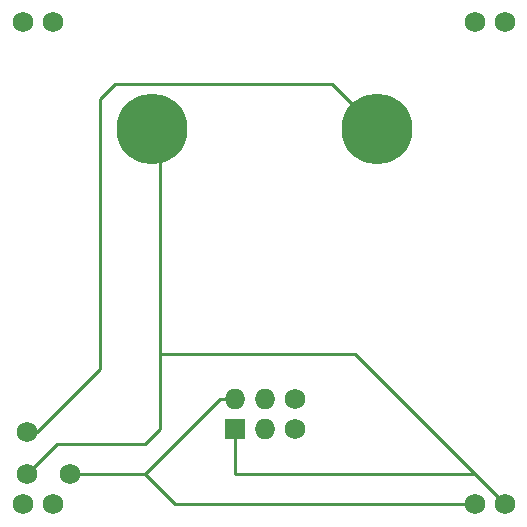
<source format=gbl>
%TF.GenerationSoftware,KiCad,Pcbnew,7.0.6-0*%
%TF.CreationDate,2024-10-01T16:48:44-06:00*%
%TF.ProjectId,HCHCPrizeBadge,48434843-5072-4697-9a65-42616467652e,rev?*%
%TF.SameCoordinates,Original*%
%TF.FileFunction,Copper,L2,Bot*%
%TF.FilePolarity,Positive*%
%FSLAX46Y46*%
G04 Gerber Fmt 4.6, Leading zero omitted, Abs format (unit mm)*
G04 Created by KiCad (PCBNEW 7.0.6-0) date 2024-10-01 16:48:44*
%MOMM*%
%LPD*%
G01*
G04 APERTURE LIST*
%TA.AperFunction,ComponentPad*%
%ADD10C,1.750000*%
%TD*%
%TA.AperFunction,ComponentPad*%
%ADD11C,6.000000*%
%TD*%
%TA.AperFunction,ComponentPad*%
%ADD12C,1.727200*%
%TD*%
%TA.AperFunction,ComponentPad*%
%ADD13O,1.727200X1.727200*%
%TD*%
%TA.AperFunction,ComponentPad*%
%ADD14R,1.727200X1.727200*%
%TD*%
%TA.AperFunction,Conductor*%
%ADD15C,0.250000*%
%TD*%
G04 APERTURE END LIST*
D10*
%TO.P,Sig,1,Pin_1*%
%TO.N,Net-(J3-Pin_1)*%
X125969140Y-113273236D03*
%TD*%
D11*
%TO.P,Meter+,1,Pin_1*%
%TO.N,Net-(J3-Pin_1)*%
X155575000Y-87630000D03*
%TD*%
%TO.P,Meter-,1,Pin_1*%
%TO.N,Net-(J2-Pin_1)*%
X136525000Y-87630000D03*
%TD*%
D10*
%TO.P,P-,1,Pin_1*%
%TO.N,Net-(J2-Pin_1)*%
X125970529Y-116821741D03*
%TD*%
%TO.P,MB1,16,GND*%
%TO.N,Net-(J2-Pin_1)*%
X166370000Y-119380000D03*
%TO.P,MB1,15,3V3+*%
%TO.N,Net-(J1-Pin_1)*%
X163830000Y-119380000D03*
%TO.P,MB1,10,NC*%
%TO.N,unconnected-(MB1-NC-Pad10)*%
X128130000Y-119380000D03*
%TO.P,MB1,9,CLK*%
%TO.N,unconnected-(MB1-CLK-Pad9)*%
X125590000Y-119380000D03*
%TO.P,MB1,8,GND*%
%TO.N,unconnected-(MB1-GND-Pad8)*%
X166370000Y-78600000D03*
%TO.P,MB1,7,+3V3*%
%TO.N,unconnected-(MB1-+3V3-Pad7)*%
X163830000Y-78600000D03*
%TO.P,MB1,2,GND*%
%TO.N,unconnected-(MB1-GND-Pad2)*%
X128130000Y-78600000D03*
%TO.P,MB1,1,+VBATT*%
%TO.N,unconnected-(MB1-+VBATT-Pad1)*%
X125590000Y-78600000D03*
%TD*%
D12*
%TO.P,SAO v1.69bis,6,GPIO2*%
%TO.N,unconnected-(X1-GPIO2-Pad6)*%
X148590000Y-113030000D03*
%TO.P,SAO v1.69bis,5,GPIO1*%
%TO.N,unconnected-(X1-GPIO1-Pad5)*%
X148590000Y-110490000D03*
D13*
%TO.P,SAO v1.69bis,4,SCL*%
%TO.N,unconnected-(X1-SCL-Pad4)*%
X146050000Y-113030000D03*
%TO.P,SAO v1.69bis,3,SDA*%
%TO.N,unconnected-(X1-SDA-Pad3)*%
X146050000Y-110490000D03*
D14*
%TO.P,SAO v1.69bis,2,GND*%
%TO.N,Net-(J2-Pin_1)*%
X143510000Y-113030000D03*
D13*
%TO.P,SAO v1.69bis,1,VCC*%
%TO.N,Net-(J1-Pin_1)*%
X143510000Y-110490000D03*
%TD*%
D10*
%TO.P,P+,1,Pin_1*%
%TO.N,Net-(J1-Pin_1)*%
X129540000Y-116821741D03*
%TD*%
D15*
%TO.N,Net-(J1-Pin_1)*%
X135871741Y-116821741D02*
X129540000Y-116821741D01*
X135890000Y-116840000D02*
X135871741Y-116821741D01*
%TO.N,Net-(J2-Pin_1)*%
X135890000Y-114300000D02*
X130810000Y-114300000D01*
X125970529Y-116821741D02*
X128492270Y-114300000D01*
X128492270Y-114300000D02*
X130810000Y-114300000D01*
%TO.N,Net-(J3-Pin_1)*%
X155575000Y-87630000D02*
X151765000Y-83820000D01*
X151765000Y-83820000D02*
X133350000Y-83820000D01*
X133350000Y-83820000D02*
X132080000Y-85090000D01*
X132080000Y-85090000D02*
X132080000Y-107950000D01*
X132080000Y-107950000D02*
X126756764Y-113273236D01*
X126756764Y-113273236D02*
X125969140Y-113273236D01*
%TO.N,Net-(J2-Pin_1)*%
X137160000Y-106680000D02*
X137160000Y-88265000D01*
X137160000Y-88265000D02*
X136525000Y-87630000D01*
X166370000Y-119380000D02*
X153670000Y-106680000D01*
X153670000Y-106680000D02*
X137160000Y-106680000D01*
X137160000Y-106680000D02*
X137160000Y-113030000D01*
X137160000Y-113030000D02*
X135890000Y-114300000D01*
%TO.N,Net-(J1-Pin_1)*%
X135890000Y-116840000D02*
X138430000Y-119380000D01*
X163830000Y-119380000D02*
X138430000Y-119380000D01*
X142240000Y-110490000D02*
X135890000Y-116840000D01*
X143510000Y-110490000D02*
X142240000Y-110490000D01*
%TO.N,Net-(J2-Pin_1)*%
X163830000Y-116840000D02*
X143510000Y-116840000D01*
X166370000Y-119380000D02*
X163830000Y-116840000D01*
X143510000Y-113030000D02*
X143510000Y-116840000D01*
%TD*%
M02*

</source>
